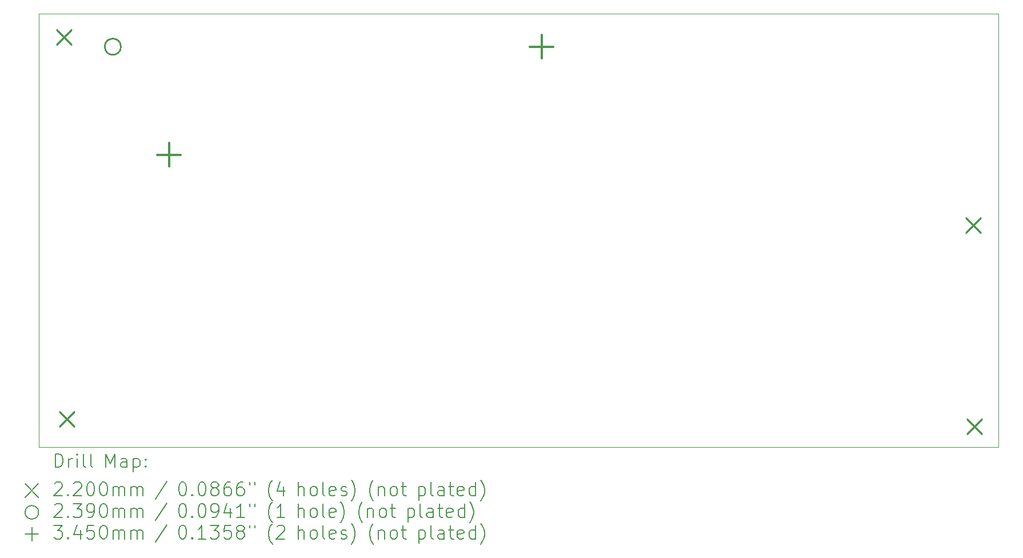
<source format=gbr>
%TF.GenerationSoftware,KiCad,Pcbnew,(7.99.0-200-gad838e3d73)*%
%TF.CreationDate,2024-03-11T18:14:08+07:00*%
%TF.ProjectId,WMS,574d532e-6b69-4636-9164-5f7063625858,rev?*%
%TF.SameCoordinates,Original*%
%TF.FileFunction,Drillmap*%
%TF.FilePolarity,Positive*%
%FSLAX45Y45*%
G04 Gerber Fmt 4.5, Leading zero omitted, Abs format (unit mm)*
G04 Created by KiCad (PCBNEW (7.99.0-200-gad838e3d73)) date 2024-03-11 18:14:08*
%MOMM*%
%LPD*%
G01*
G04 APERTURE LIST*
%ADD10C,0.100000*%
%ADD11C,0.200000*%
%ADD12C,0.220000*%
%ADD13C,0.239000*%
%ADD14C,0.345000*%
G04 APERTURE END LIST*
D10*
X6487160Y-5189220D02*
X20701000Y-5189220D01*
X20701000Y-5189220D02*
X20701000Y-11607800D01*
X20701000Y-11607800D02*
X6487160Y-11607800D01*
X6487160Y-11607800D02*
X6487160Y-5189220D01*
D11*
D12*
X6753080Y-5429740D02*
X6973080Y-5649740D01*
X6973080Y-5429740D02*
X6753080Y-5649740D01*
X6791180Y-11078700D02*
X7011180Y-11298700D01*
X7011180Y-11078700D02*
X6791180Y-11298700D01*
X20217620Y-8213580D02*
X20437620Y-8433580D01*
X20437620Y-8213580D02*
X20217620Y-8433580D01*
X20232860Y-11187920D02*
X20452860Y-11407920D01*
X20452860Y-11187920D02*
X20232860Y-11407920D01*
D13*
X7702500Y-5677000D02*
G75*
G03*
X7702500Y-5677000I-119500J0D01*
G01*
D14*
X8416000Y-7104500D02*
X8416000Y-7449500D01*
X8243500Y-7277000D02*
X8588500Y-7277000D01*
X13936000Y-5504500D02*
X13936000Y-5849500D01*
X13763500Y-5677000D02*
X14108500Y-5677000D01*
D11*
X6729779Y-11906276D02*
X6729779Y-11706276D01*
X6729779Y-11706276D02*
X6777398Y-11706276D01*
X6777398Y-11706276D02*
X6805969Y-11715800D01*
X6805969Y-11715800D02*
X6825017Y-11734848D01*
X6825017Y-11734848D02*
X6834541Y-11753895D01*
X6834541Y-11753895D02*
X6844065Y-11791990D01*
X6844065Y-11791990D02*
X6844065Y-11820562D01*
X6844065Y-11820562D02*
X6834541Y-11858657D01*
X6834541Y-11858657D02*
X6825017Y-11877705D01*
X6825017Y-11877705D02*
X6805969Y-11896752D01*
X6805969Y-11896752D02*
X6777398Y-11906276D01*
X6777398Y-11906276D02*
X6729779Y-11906276D01*
X6929779Y-11906276D02*
X6929779Y-11772943D01*
X6929779Y-11811038D02*
X6939303Y-11791990D01*
X6939303Y-11791990D02*
X6948827Y-11782467D01*
X6948827Y-11782467D02*
X6967874Y-11772943D01*
X6967874Y-11772943D02*
X6986922Y-11772943D01*
X7053588Y-11906276D02*
X7053588Y-11772943D01*
X7053588Y-11706276D02*
X7044065Y-11715800D01*
X7044065Y-11715800D02*
X7053588Y-11725324D01*
X7053588Y-11725324D02*
X7063112Y-11715800D01*
X7063112Y-11715800D02*
X7053588Y-11706276D01*
X7053588Y-11706276D02*
X7053588Y-11725324D01*
X7177398Y-11906276D02*
X7158350Y-11896752D01*
X7158350Y-11896752D02*
X7148827Y-11877705D01*
X7148827Y-11877705D02*
X7148827Y-11706276D01*
X7282160Y-11906276D02*
X7263112Y-11896752D01*
X7263112Y-11896752D02*
X7253588Y-11877705D01*
X7253588Y-11877705D02*
X7253588Y-11706276D01*
X7478350Y-11906276D02*
X7478350Y-11706276D01*
X7478350Y-11706276D02*
X7545017Y-11849133D01*
X7545017Y-11849133D02*
X7611684Y-11706276D01*
X7611684Y-11706276D02*
X7611684Y-11906276D01*
X7792636Y-11906276D02*
X7792636Y-11801514D01*
X7792636Y-11801514D02*
X7783112Y-11782467D01*
X7783112Y-11782467D02*
X7764065Y-11772943D01*
X7764065Y-11772943D02*
X7725969Y-11772943D01*
X7725969Y-11772943D02*
X7706922Y-11782467D01*
X7792636Y-11896752D02*
X7773588Y-11906276D01*
X7773588Y-11906276D02*
X7725969Y-11906276D01*
X7725969Y-11906276D02*
X7706922Y-11896752D01*
X7706922Y-11896752D02*
X7697398Y-11877705D01*
X7697398Y-11877705D02*
X7697398Y-11858657D01*
X7697398Y-11858657D02*
X7706922Y-11839609D01*
X7706922Y-11839609D02*
X7725969Y-11830086D01*
X7725969Y-11830086D02*
X7773588Y-11830086D01*
X7773588Y-11830086D02*
X7792636Y-11820562D01*
X7887874Y-11772943D02*
X7887874Y-11972943D01*
X7887874Y-11782467D02*
X7906922Y-11772943D01*
X7906922Y-11772943D02*
X7945017Y-11772943D01*
X7945017Y-11772943D02*
X7964065Y-11782467D01*
X7964065Y-11782467D02*
X7973588Y-11791990D01*
X7973588Y-11791990D02*
X7983112Y-11811038D01*
X7983112Y-11811038D02*
X7983112Y-11868181D01*
X7983112Y-11868181D02*
X7973588Y-11887228D01*
X7973588Y-11887228D02*
X7964065Y-11896752D01*
X7964065Y-11896752D02*
X7945017Y-11906276D01*
X7945017Y-11906276D02*
X7906922Y-11906276D01*
X7906922Y-11906276D02*
X7887874Y-11896752D01*
X8068827Y-11887228D02*
X8078350Y-11896752D01*
X8078350Y-11896752D02*
X8068827Y-11906276D01*
X8068827Y-11906276D02*
X8059303Y-11896752D01*
X8059303Y-11896752D02*
X8068827Y-11887228D01*
X8068827Y-11887228D02*
X8068827Y-11906276D01*
X8068827Y-11782467D02*
X8078350Y-11791990D01*
X8078350Y-11791990D02*
X8068827Y-11801514D01*
X8068827Y-11801514D02*
X8059303Y-11791990D01*
X8059303Y-11791990D02*
X8068827Y-11782467D01*
X8068827Y-11782467D02*
X8068827Y-11801514D01*
X6282160Y-12152800D02*
X6482160Y-12352800D01*
X6482160Y-12152800D02*
X6282160Y-12352800D01*
X6720255Y-12145324D02*
X6729779Y-12135800D01*
X6729779Y-12135800D02*
X6748827Y-12126276D01*
X6748827Y-12126276D02*
X6796446Y-12126276D01*
X6796446Y-12126276D02*
X6815493Y-12135800D01*
X6815493Y-12135800D02*
X6825017Y-12145324D01*
X6825017Y-12145324D02*
X6834541Y-12164371D01*
X6834541Y-12164371D02*
X6834541Y-12183419D01*
X6834541Y-12183419D02*
X6825017Y-12211990D01*
X6825017Y-12211990D02*
X6710731Y-12326276D01*
X6710731Y-12326276D02*
X6834541Y-12326276D01*
X6920255Y-12307228D02*
X6929779Y-12316752D01*
X6929779Y-12316752D02*
X6920255Y-12326276D01*
X6920255Y-12326276D02*
X6910731Y-12316752D01*
X6910731Y-12316752D02*
X6920255Y-12307228D01*
X6920255Y-12307228D02*
X6920255Y-12326276D01*
X7005969Y-12145324D02*
X7015493Y-12135800D01*
X7015493Y-12135800D02*
X7034541Y-12126276D01*
X7034541Y-12126276D02*
X7082160Y-12126276D01*
X7082160Y-12126276D02*
X7101208Y-12135800D01*
X7101208Y-12135800D02*
X7110731Y-12145324D01*
X7110731Y-12145324D02*
X7120255Y-12164371D01*
X7120255Y-12164371D02*
X7120255Y-12183419D01*
X7120255Y-12183419D02*
X7110731Y-12211990D01*
X7110731Y-12211990D02*
X6996446Y-12326276D01*
X6996446Y-12326276D02*
X7120255Y-12326276D01*
X7244065Y-12126276D02*
X7263112Y-12126276D01*
X7263112Y-12126276D02*
X7282160Y-12135800D01*
X7282160Y-12135800D02*
X7291684Y-12145324D01*
X7291684Y-12145324D02*
X7301208Y-12164371D01*
X7301208Y-12164371D02*
X7310731Y-12202467D01*
X7310731Y-12202467D02*
X7310731Y-12250086D01*
X7310731Y-12250086D02*
X7301208Y-12288181D01*
X7301208Y-12288181D02*
X7291684Y-12307228D01*
X7291684Y-12307228D02*
X7282160Y-12316752D01*
X7282160Y-12316752D02*
X7263112Y-12326276D01*
X7263112Y-12326276D02*
X7244065Y-12326276D01*
X7244065Y-12326276D02*
X7225017Y-12316752D01*
X7225017Y-12316752D02*
X7215493Y-12307228D01*
X7215493Y-12307228D02*
X7205969Y-12288181D01*
X7205969Y-12288181D02*
X7196446Y-12250086D01*
X7196446Y-12250086D02*
X7196446Y-12202467D01*
X7196446Y-12202467D02*
X7205969Y-12164371D01*
X7205969Y-12164371D02*
X7215493Y-12145324D01*
X7215493Y-12145324D02*
X7225017Y-12135800D01*
X7225017Y-12135800D02*
X7244065Y-12126276D01*
X7434541Y-12126276D02*
X7453589Y-12126276D01*
X7453589Y-12126276D02*
X7472636Y-12135800D01*
X7472636Y-12135800D02*
X7482160Y-12145324D01*
X7482160Y-12145324D02*
X7491684Y-12164371D01*
X7491684Y-12164371D02*
X7501208Y-12202467D01*
X7501208Y-12202467D02*
X7501208Y-12250086D01*
X7501208Y-12250086D02*
X7491684Y-12288181D01*
X7491684Y-12288181D02*
X7482160Y-12307228D01*
X7482160Y-12307228D02*
X7472636Y-12316752D01*
X7472636Y-12316752D02*
X7453589Y-12326276D01*
X7453589Y-12326276D02*
X7434541Y-12326276D01*
X7434541Y-12326276D02*
X7415493Y-12316752D01*
X7415493Y-12316752D02*
X7405969Y-12307228D01*
X7405969Y-12307228D02*
X7396446Y-12288181D01*
X7396446Y-12288181D02*
X7386922Y-12250086D01*
X7386922Y-12250086D02*
X7386922Y-12202467D01*
X7386922Y-12202467D02*
X7396446Y-12164371D01*
X7396446Y-12164371D02*
X7405969Y-12145324D01*
X7405969Y-12145324D02*
X7415493Y-12135800D01*
X7415493Y-12135800D02*
X7434541Y-12126276D01*
X7586922Y-12326276D02*
X7586922Y-12192943D01*
X7586922Y-12211990D02*
X7596446Y-12202467D01*
X7596446Y-12202467D02*
X7615493Y-12192943D01*
X7615493Y-12192943D02*
X7644065Y-12192943D01*
X7644065Y-12192943D02*
X7663112Y-12202467D01*
X7663112Y-12202467D02*
X7672636Y-12221514D01*
X7672636Y-12221514D02*
X7672636Y-12326276D01*
X7672636Y-12221514D02*
X7682160Y-12202467D01*
X7682160Y-12202467D02*
X7701208Y-12192943D01*
X7701208Y-12192943D02*
X7729779Y-12192943D01*
X7729779Y-12192943D02*
X7748827Y-12202467D01*
X7748827Y-12202467D02*
X7758350Y-12221514D01*
X7758350Y-12221514D02*
X7758350Y-12326276D01*
X7853589Y-12326276D02*
X7853589Y-12192943D01*
X7853589Y-12211990D02*
X7863112Y-12202467D01*
X7863112Y-12202467D02*
X7882160Y-12192943D01*
X7882160Y-12192943D02*
X7910731Y-12192943D01*
X7910731Y-12192943D02*
X7929779Y-12202467D01*
X7929779Y-12202467D02*
X7939303Y-12221514D01*
X7939303Y-12221514D02*
X7939303Y-12326276D01*
X7939303Y-12221514D02*
X7948827Y-12202467D01*
X7948827Y-12202467D02*
X7967874Y-12192943D01*
X7967874Y-12192943D02*
X7996446Y-12192943D01*
X7996446Y-12192943D02*
X8015493Y-12202467D01*
X8015493Y-12202467D02*
X8025017Y-12221514D01*
X8025017Y-12221514D02*
X8025017Y-12326276D01*
X8383112Y-12116752D02*
X8211684Y-12373895D01*
X8607874Y-12126276D02*
X8626922Y-12126276D01*
X8626922Y-12126276D02*
X8645970Y-12135800D01*
X8645970Y-12135800D02*
X8655493Y-12145324D01*
X8655493Y-12145324D02*
X8665017Y-12164371D01*
X8665017Y-12164371D02*
X8674541Y-12202467D01*
X8674541Y-12202467D02*
X8674541Y-12250086D01*
X8674541Y-12250086D02*
X8665017Y-12288181D01*
X8665017Y-12288181D02*
X8655493Y-12307228D01*
X8655493Y-12307228D02*
X8645970Y-12316752D01*
X8645970Y-12316752D02*
X8626922Y-12326276D01*
X8626922Y-12326276D02*
X8607874Y-12326276D01*
X8607874Y-12326276D02*
X8588827Y-12316752D01*
X8588827Y-12316752D02*
X8579303Y-12307228D01*
X8579303Y-12307228D02*
X8569779Y-12288181D01*
X8569779Y-12288181D02*
X8560255Y-12250086D01*
X8560255Y-12250086D02*
X8560255Y-12202467D01*
X8560255Y-12202467D02*
X8569779Y-12164371D01*
X8569779Y-12164371D02*
X8579303Y-12145324D01*
X8579303Y-12145324D02*
X8588827Y-12135800D01*
X8588827Y-12135800D02*
X8607874Y-12126276D01*
X8760255Y-12307228D02*
X8769779Y-12316752D01*
X8769779Y-12316752D02*
X8760255Y-12326276D01*
X8760255Y-12326276D02*
X8750732Y-12316752D01*
X8750732Y-12316752D02*
X8760255Y-12307228D01*
X8760255Y-12307228D02*
X8760255Y-12326276D01*
X8893589Y-12126276D02*
X8912636Y-12126276D01*
X8912636Y-12126276D02*
X8931684Y-12135800D01*
X8931684Y-12135800D02*
X8941208Y-12145324D01*
X8941208Y-12145324D02*
X8950732Y-12164371D01*
X8950732Y-12164371D02*
X8960255Y-12202467D01*
X8960255Y-12202467D02*
X8960255Y-12250086D01*
X8960255Y-12250086D02*
X8950732Y-12288181D01*
X8950732Y-12288181D02*
X8941208Y-12307228D01*
X8941208Y-12307228D02*
X8931684Y-12316752D01*
X8931684Y-12316752D02*
X8912636Y-12326276D01*
X8912636Y-12326276D02*
X8893589Y-12326276D01*
X8893589Y-12326276D02*
X8874541Y-12316752D01*
X8874541Y-12316752D02*
X8865017Y-12307228D01*
X8865017Y-12307228D02*
X8855493Y-12288181D01*
X8855493Y-12288181D02*
X8845970Y-12250086D01*
X8845970Y-12250086D02*
X8845970Y-12202467D01*
X8845970Y-12202467D02*
X8855493Y-12164371D01*
X8855493Y-12164371D02*
X8865017Y-12145324D01*
X8865017Y-12145324D02*
X8874541Y-12135800D01*
X8874541Y-12135800D02*
X8893589Y-12126276D01*
X9074541Y-12211990D02*
X9055493Y-12202467D01*
X9055493Y-12202467D02*
X9045970Y-12192943D01*
X9045970Y-12192943D02*
X9036446Y-12173895D01*
X9036446Y-12173895D02*
X9036446Y-12164371D01*
X9036446Y-12164371D02*
X9045970Y-12145324D01*
X9045970Y-12145324D02*
X9055493Y-12135800D01*
X9055493Y-12135800D02*
X9074541Y-12126276D01*
X9074541Y-12126276D02*
X9112636Y-12126276D01*
X9112636Y-12126276D02*
X9131684Y-12135800D01*
X9131684Y-12135800D02*
X9141208Y-12145324D01*
X9141208Y-12145324D02*
X9150732Y-12164371D01*
X9150732Y-12164371D02*
X9150732Y-12173895D01*
X9150732Y-12173895D02*
X9141208Y-12192943D01*
X9141208Y-12192943D02*
X9131684Y-12202467D01*
X9131684Y-12202467D02*
X9112636Y-12211990D01*
X9112636Y-12211990D02*
X9074541Y-12211990D01*
X9074541Y-12211990D02*
X9055493Y-12221514D01*
X9055493Y-12221514D02*
X9045970Y-12231038D01*
X9045970Y-12231038D02*
X9036446Y-12250086D01*
X9036446Y-12250086D02*
X9036446Y-12288181D01*
X9036446Y-12288181D02*
X9045970Y-12307228D01*
X9045970Y-12307228D02*
X9055493Y-12316752D01*
X9055493Y-12316752D02*
X9074541Y-12326276D01*
X9074541Y-12326276D02*
X9112636Y-12326276D01*
X9112636Y-12326276D02*
X9131684Y-12316752D01*
X9131684Y-12316752D02*
X9141208Y-12307228D01*
X9141208Y-12307228D02*
X9150732Y-12288181D01*
X9150732Y-12288181D02*
X9150732Y-12250086D01*
X9150732Y-12250086D02*
X9141208Y-12231038D01*
X9141208Y-12231038D02*
X9131684Y-12221514D01*
X9131684Y-12221514D02*
X9112636Y-12211990D01*
X9322160Y-12126276D02*
X9284065Y-12126276D01*
X9284065Y-12126276D02*
X9265017Y-12135800D01*
X9265017Y-12135800D02*
X9255493Y-12145324D01*
X9255493Y-12145324D02*
X9236446Y-12173895D01*
X9236446Y-12173895D02*
X9226922Y-12211990D01*
X9226922Y-12211990D02*
X9226922Y-12288181D01*
X9226922Y-12288181D02*
X9236446Y-12307228D01*
X9236446Y-12307228D02*
X9245970Y-12316752D01*
X9245970Y-12316752D02*
X9265017Y-12326276D01*
X9265017Y-12326276D02*
X9303113Y-12326276D01*
X9303113Y-12326276D02*
X9322160Y-12316752D01*
X9322160Y-12316752D02*
X9331684Y-12307228D01*
X9331684Y-12307228D02*
X9341208Y-12288181D01*
X9341208Y-12288181D02*
X9341208Y-12240562D01*
X9341208Y-12240562D02*
X9331684Y-12221514D01*
X9331684Y-12221514D02*
X9322160Y-12211990D01*
X9322160Y-12211990D02*
X9303113Y-12202467D01*
X9303113Y-12202467D02*
X9265017Y-12202467D01*
X9265017Y-12202467D02*
X9245970Y-12211990D01*
X9245970Y-12211990D02*
X9236446Y-12221514D01*
X9236446Y-12221514D02*
X9226922Y-12240562D01*
X9512636Y-12126276D02*
X9474541Y-12126276D01*
X9474541Y-12126276D02*
X9455493Y-12135800D01*
X9455493Y-12135800D02*
X9445970Y-12145324D01*
X9445970Y-12145324D02*
X9426922Y-12173895D01*
X9426922Y-12173895D02*
X9417398Y-12211990D01*
X9417398Y-12211990D02*
X9417398Y-12288181D01*
X9417398Y-12288181D02*
X9426922Y-12307228D01*
X9426922Y-12307228D02*
X9436446Y-12316752D01*
X9436446Y-12316752D02*
X9455493Y-12326276D01*
X9455493Y-12326276D02*
X9493589Y-12326276D01*
X9493589Y-12326276D02*
X9512636Y-12316752D01*
X9512636Y-12316752D02*
X9522160Y-12307228D01*
X9522160Y-12307228D02*
X9531684Y-12288181D01*
X9531684Y-12288181D02*
X9531684Y-12240562D01*
X9531684Y-12240562D02*
X9522160Y-12221514D01*
X9522160Y-12221514D02*
X9512636Y-12211990D01*
X9512636Y-12211990D02*
X9493589Y-12202467D01*
X9493589Y-12202467D02*
X9455493Y-12202467D01*
X9455493Y-12202467D02*
X9436446Y-12211990D01*
X9436446Y-12211990D02*
X9426922Y-12221514D01*
X9426922Y-12221514D02*
X9417398Y-12240562D01*
X9607874Y-12126276D02*
X9607874Y-12164371D01*
X9684065Y-12126276D02*
X9684065Y-12164371D01*
X9946922Y-12402467D02*
X9937398Y-12392943D01*
X9937398Y-12392943D02*
X9918351Y-12364371D01*
X9918351Y-12364371D02*
X9908827Y-12345324D01*
X9908827Y-12345324D02*
X9899303Y-12316752D01*
X9899303Y-12316752D02*
X9889779Y-12269133D01*
X9889779Y-12269133D02*
X9889779Y-12231038D01*
X9889779Y-12231038D02*
X9899303Y-12183419D01*
X9899303Y-12183419D02*
X9908827Y-12154848D01*
X9908827Y-12154848D02*
X9918351Y-12135800D01*
X9918351Y-12135800D02*
X9937398Y-12107228D01*
X9937398Y-12107228D02*
X9946922Y-12097705D01*
X10108827Y-12192943D02*
X10108827Y-12326276D01*
X10061208Y-12116752D02*
X10013589Y-12259609D01*
X10013589Y-12259609D02*
X10137398Y-12259609D01*
X10333589Y-12326276D02*
X10333589Y-12126276D01*
X10419303Y-12326276D02*
X10419303Y-12221514D01*
X10419303Y-12221514D02*
X10409779Y-12202467D01*
X10409779Y-12202467D02*
X10390732Y-12192943D01*
X10390732Y-12192943D02*
X10362160Y-12192943D01*
X10362160Y-12192943D02*
X10343113Y-12202467D01*
X10343113Y-12202467D02*
X10333589Y-12211990D01*
X10543113Y-12326276D02*
X10524065Y-12316752D01*
X10524065Y-12316752D02*
X10514541Y-12307228D01*
X10514541Y-12307228D02*
X10505017Y-12288181D01*
X10505017Y-12288181D02*
X10505017Y-12231038D01*
X10505017Y-12231038D02*
X10514541Y-12211990D01*
X10514541Y-12211990D02*
X10524065Y-12202467D01*
X10524065Y-12202467D02*
X10543113Y-12192943D01*
X10543113Y-12192943D02*
X10571684Y-12192943D01*
X10571684Y-12192943D02*
X10590732Y-12202467D01*
X10590732Y-12202467D02*
X10600255Y-12211990D01*
X10600255Y-12211990D02*
X10609779Y-12231038D01*
X10609779Y-12231038D02*
X10609779Y-12288181D01*
X10609779Y-12288181D02*
X10600255Y-12307228D01*
X10600255Y-12307228D02*
X10590732Y-12316752D01*
X10590732Y-12316752D02*
X10571684Y-12326276D01*
X10571684Y-12326276D02*
X10543113Y-12326276D01*
X10724065Y-12326276D02*
X10705017Y-12316752D01*
X10705017Y-12316752D02*
X10695494Y-12297705D01*
X10695494Y-12297705D02*
X10695494Y-12126276D01*
X10876446Y-12316752D02*
X10857398Y-12326276D01*
X10857398Y-12326276D02*
X10819303Y-12326276D01*
X10819303Y-12326276D02*
X10800255Y-12316752D01*
X10800255Y-12316752D02*
X10790732Y-12297705D01*
X10790732Y-12297705D02*
X10790732Y-12221514D01*
X10790732Y-12221514D02*
X10800255Y-12202467D01*
X10800255Y-12202467D02*
X10819303Y-12192943D01*
X10819303Y-12192943D02*
X10857398Y-12192943D01*
X10857398Y-12192943D02*
X10876446Y-12202467D01*
X10876446Y-12202467D02*
X10885970Y-12221514D01*
X10885970Y-12221514D02*
X10885970Y-12240562D01*
X10885970Y-12240562D02*
X10790732Y-12259609D01*
X10962160Y-12316752D02*
X10981208Y-12326276D01*
X10981208Y-12326276D02*
X11019303Y-12326276D01*
X11019303Y-12326276D02*
X11038351Y-12316752D01*
X11038351Y-12316752D02*
X11047875Y-12297705D01*
X11047875Y-12297705D02*
X11047875Y-12288181D01*
X11047875Y-12288181D02*
X11038351Y-12269133D01*
X11038351Y-12269133D02*
X11019303Y-12259609D01*
X11019303Y-12259609D02*
X10990732Y-12259609D01*
X10990732Y-12259609D02*
X10971684Y-12250086D01*
X10971684Y-12250086D02*
X10962160Y-12231038D01*
X10962160Y-12231038D02*
X10962160Y-12221514D01*
X10962160Y-12221514D02*
X10971684Y-12202467D01*
X10971684Y-12202467D02*
X10990732Y-12192943D01*
X10990732Y-12192943D02*
X11019303Y-12192943D01*
X11019303Y-12192943D02*
X11038351Y-12202467D01*
X11114541Y-12402467D02*
X11124065Y-12392943D01*
X11124065Y-12392943D02*
X11143113Y-12364371D01*
X11143113Y-12364371D02*
X11152636Y-12345324D01*
X11152636Y-12345324D02*
X11162160Y-12316752D01*
X11162160Y-12316752D02*
X11171684Y-12269133D01*
X11171684Y-12269133D02*
X11171684Y-12231038D01*
X11171684Y-12231038D02*
X11162160Y-12183419D01*
X11162160Y-12183419D02*
X11152636Y-12154848D01*
X11152636Y-12154848D02*
X11143113Y-12135800D01*
X11143113Y-12135800D02*
X11124065Y-12107228D01*
X11124065Y-12107228D02*
X11114541Y-12097705D01*
X11444065Y-12402467D02*
X11434541Y-12392943D01*
X11434541Y-12392943D02*
X11415493Y-12364371D01*
X11415493Y-12364371D02*
X11405970Y-12345324D01*
X11405970Y-12345324D02*
X11396446Y-12316752D01*
X11396446Y-12316752D02*
X11386922Y-12269133D01*
X11386922Y-12269133D02*
X11386922Y-12231038D01*
X11386922Y-12231038D02*
X11396446Y-12183419D01*
X11396446Y-12183419D02*
X11405970Y-12154848D01*
X11405970Y-12154848D02*
X11415493Y-12135800D01*
X11415493Y-12135800D02*
X11434541Y-12107228D01*
X11434541Y-12107228D02*
X11444065Y-12097705D01*
X11520255Y-12192943D02*
X11520255Y-12326276D01*
X11520255Y-12211990D02*
X11529779Y-12202467D01*
X11529779Y-12202467D02*
X11548827Y-12192943D01*
X11548827Y-12192943D02*
X11577398Y-12192943D01*
X11577398Y-12192943D02*
X11596446Y-12202467D01*
X11596446Y-12202467D02*
X11605970Y-12221514D01*
X11605970Y-12221514D02*
X11605970Y-12326276D01*
X11729779Y-12326276D02*
X11710732Y-12316752D01*
X11710732Y-12316752D02*
X11701208Y-12307228D01*
X11701208Y-12307228D02*
X11691684Y-12288181D01*
X11691684Y-12288181D02*
X11691684Y-12231038D01*
X11691684Y-12231038D02*
X11701208Y-12211990D01*
X11701208Y-12211990D02*
X11710732Y-12202467D01*
X11710732Y-12202467D02*
X11729779Y-12192943D01*
X11729779Y-12192943D02*
X11758351Y-12192943D01*
X11758351Y-12192943D02*
X11777398Y-12202467D01*
X11777398Y-12202467D02*
X11786922Y-12211990D01*
X11786922Y-12211990D02*
X11796446Y-12231038D01*
X11796446Y-12231038D02*
X11796446Y-12288181D01*
X11796446Y-12288181D02*
X11786922Y-12307228D01*
X11786922Y-12307228D02*
X11777398Y-12316752D01*
X11777398Y-12316752D02*
X11758351Y-12326276D01*
X11758351Y-12326276D02*
X11729779Y-12326276D01*
X11853589Y-12192943D02*
X11929779Y-12192943D01*
X11882160Y-12126276D02*
X11882160Y-12297705D01*
X11882160Y-12297705D02*
X11891684Y-12316752D01*
X11891684Y-12316752D02*
X11910732Y-12326276D01*
X11910732Y-12326276D02*
X11929779Y-12326276D01*
X12116446Y-12192943D02*
X12116446Y-12392943D01*
X12116446Y-12202467D02*
X12135493Y-12192943D01*
X12135493Y-12192943D02*
X12173589Y-12192943D01*
X12173589Y-12192943D02*
X12192636Y-12202467D01*
X12192636Y-12202467D02*
X12202160Y-12211990D01*
X12202160Y-12211990D02*
X12211684Y-12231038D01*
X12211684Y-12231038D02*
X12211684Y-12288181D01*
X12211684Y-12288181D02*
X12202160Y-12307228D01*
X12202160Y-12307228D02*
X12192636Y-12316752D01*
X12192636Y-12316752D02*
X12173589Y-12326276D01*
X12173589Y-12326276D02*
X12135493Y-12326276D01*
X12135493Y-12326276D02*
X12116446Y-12316752D01*
X12325970Y-12326276D02*
X12306922Y-12316752D01*
X12306922Y-12316752D02*
X12297398Y-12297705D01*
X12297398Y-12297705D02*
X12297398Y-12126276D01*
X12487874Y-12326276D02*
X12487874Y-12221514D01*
X12487874Y-12221514D02*
X12478351Y-12202467D01*
X12478351Y-12202467D02*
X12459303Y-12192943D01*
X12459303Y-12192943D02*
X12421208Y-12192943D01*
X12421208Y-12192943D02*
X12402160Y-12202467D01*
X12487874Y-12316752D02*
X12468827Y-12326276D01*
X12468827Y-12326276D02*
X12421208Y-12326276D01*
X12421208Y-12326276D02*
X12402160Y-12316752D01*
X12402160Y-12316752D02*
X12392636Y-12297705D01*
X12392636Y-12297705D02*
X12392636Y-12278657D01*
X12392636Y-12278657D02*
X12402160Y-12259609D01*
X12402160Y-12259609D02*
X12421208Y-12250086D01*
X12421208Y-12250086D02*
X12468827Y-12250086D01*
X12468827Y-12250086D02*
X12487874Y-12240562D01*
X12554541Y-12192943D02*
X12630732Y-12192943D01*
X12583113Y-12126276D02*
X12583113Y-12297705D01*
X12583113Y-12297705D02*
X12592636Y-12316752D01*
X12592636Y-12316752D02*
X12611684Y-12326276D01*
X12611684Y-12326276D02*
X12630732Y-12326276D01*
X12773589Y-12316752D02*
X12754541Y-12326276D01*
X12754541Y-12326276D02*
X12716446Y-12326276D01*
X12716446Y-12326276D02*
X12697398Y-12316752D01*
X12697398Y-12316752D02*
X12687874Y-12297705D01*
X12687874Y-12297705D02*
X12687874Y-12221514D01*
X12687874Y-12221514D02*
X12697398Y-12202467D01*
X12697398Y-12202467D02*
X12716446Y-12192943D01*
X12716446Y-12192943D02*
X12754541Y-12192943D01*
X12754541Y-12192943D02*
X12773589Y-12202467D01*
X12773589Y-12202467D02*
X12783113Y-12221514D01*
X12783113Y-12221514D02*
X12783113Y-12240562D01*
X12783113Y-12240562D02*
X12687874Y-12259609D01*
X12954541Y-12326276D02*
X12954541Y-12126276D01*
X12954541Y-12316752D02*
X12935494Y-12326276D01*
X12935494Y-12326276D02*
X12897398Y-12326276D01*
X12897398Y-12326276D02*
X12878351Y-12316752D01*
X12878351Y-12316752D02*
X12868827Y-12307228D01*
X12868827Y-12307228D02*
X12859303Y-12288181D01*
X12859303Y-12288181D02*
X12859303Y-12231038D01*
X12859303Y-12231038D02*
X12868827Y-12211990D01*
X12868827Y-12211990D02*
X12878351Y-12202467D01*
X12878351Y-12202467D02*
X12897398Y-12192943D01*
X12897398Y-12192943D02*
X12935494Y-12192943D01*
X12935494Y-12192943D02*
X12954541Y-12202467D01*
X13030732Y-12402467D02*
X13040255Y-12392943D01*
X13040255Y-12392943D02*
X13059303Y-12364371D01*
X13059303Y-12364371D02*
X13068827Y-12345324D01*
X13068827Y-12345324D02*
X13078351Y-12316752D01*
X13078351Y-12316752D02*
X13087874Y-12269133D01*
X13087874Y-12269133D02*
X13087874Y-12231038D01*
X13087874Y-12231038D02*
X13078351Y-12183419D01*
X13078351Y-12183419D02*
X13068827Y-12154848D01*
X13068827Y-12154848D02*
X13059303Y-12135800D01*
X13059303Y-12135800D02*
X13040255Y-12107228D01*
X13040255Y-12107228D02*
X13030732Y-12097705D01*
X6482160Y-12572800D02*
G75*
G03*
X6482160Y-12572800I-100000J0D01*
G01*
X6720255Y-12465324D02*
X6729779Y-12455800D01*
X6729779Y-12455800D02*
X6748827Y-12446276D01*
X6748827Y-12446276D02*
X6796446Y-12446276D01*
X6796446Y-12446276D02*
X6815493Y-12455800D01*
X6815493Y-12455800D02*
X6825017Y-12465324D01*
X6825017Y-12465324D02*
X6834541Y-12484371D01*
X6834541Y-12484371D02*
X6834541Y-12503419D01*
X6834541Y-12503419D02*
X6825017Y-12531990D01*
X6825017Y-12531990D02*
X6710731Y-12646276D01*
X6710731Y-12646276D02*
X6834541Y-12646276D01*
X6920255Y-12627228D02*
X6929779Y-12636752D01*
X6929779Y-12636752D02*
X6920255Y-12646276D01*
X6920255Y-12646276D02*
X6910731Y-12636752D01*
X6910731Y-12636752D02*
X6920255Y-12627228D01*
X6920255Y-12627228D02*
X6920255Y-12646276D01*
X6996446Y-12446276D02*
X7120255Y-12446276D01*
X7120255Y-12446276D02*
X7053588Y-12522467D01*
X7053588Y-12522467D02*
X7082160Y-12522467D01*
X7082160Y-12522467D02*
X7101208Y-12531990D01*
X7101208Y-12531990D02*
X7110731Y-12541514D01*
X7110731Y-12541514D02*
X7120255Y-12560562D01*
X7120255Y-12560562D02*
X7120255Y-12608181D01*
X7120255Y-12608181D02*
X7110731Y-12627228D01*
X7110731Y-12627228D02*
X7101208Y-12636752D01*
X7101208Y-12636752D02*
X7082160Y-12646276D01*
X7082160Y-12646276D02*
X7025017Y-12646276D01*
X7025017Y-12646276D02*
X7005969Y-12636752D01*
X7005969Y-12636752D02*
X6996446Y-12627228D01*
X7215493Y-12646276D02*
X7253588Y-12646276D01*
X7253588Y-12646276D02*
X7272636Y-12636752D01*
X7272636Y-12636752D02*
X7282160Y-12627228D01*
X7282160Y-12627228D02*
X7301208Y-12598657D01*
X7301208Y-12598657D02*
X7310731Y-12560562D01*
X7310731Y-12560562D02*
X7310731Y-12484371D01*
X7310731Y-12484371D02*
X7301208Y-12465324D01*
X7301208Y-12465324D02*
X7291684Y-12455800D01*
X7291684Y-12455800D02*
X7272636Y-12446276D01*
X7272636Y-12446276D02*
X7234541Y-12446276D01*
X7234541Y-12446276D02*
X7215493Y-12455800D01*
X7215493Y-12455800D02*
X7205969Y-12465324D01*
X7205969Y-12465324D02*
X7196446Y-12484371D01*
X7196446Y-12484371D02*
X7196446Y-12531990D01*
X7196446Y-12531990D02*
X7205969Y-12551038D01*
X7205969Y-12551038D02*
X7215493Y-12560562D01*
X7215493Y-12560562D02*
X7234541Y-12570086D01*
X7234541Y-12570086D02*
X7272636Y-12570086D01*
X7272636Y-12570086D02*
X7291684Y-12560562D01*
X7291684Y-12560562D02*
X7301208Y-12551038D01*
X7301208Y-12551038D02*
X7310731Y-12531990D01*
X7434541Y-12446276D02*
X7453589Y-12446276D01*
X7453589Y-12446276D02*
X7472636Y-12455800D01*
X7472636Y-12455800D02*
X7482160Y-12465324D01*
X7482160Y-12465324D02*
X7491684Y-12484371D01*
X7491684Y-12484371D02*
X7501208Y-12522467D01*
X7501208Y-12522467D02*
X7501208Y-12570086D01*
X7501208Y-12570086D02*
X7491684Y-12608181D01*
X7491684Y-12608181D02*
X7482160Y-12627228D01*
X7482160Y-12627228D02*
X7472636Y-12636752D01*
X7472636Y-12636752D02*
X7453589Y-12646276D01*
X7453589Y-12646276D02*
X7434541Y-12646276D01*
X7434541Y-12646276D02*
X7415493Y-12636752D01*
X7415493Y-12636752D02*
X7405969Y-12627228D01*
X7405969Y-12627228D02*
X7396446Y-12608181D01*
X7396446Y-12608181D02*
X7386922Y-12570086D01*
X7386922Y-12570086D02*
X7386922Y-12522467D01*
X7386922Y-12522467D02*
X7396446Y-12484371D01*
X7396446Y-12484371D02*
X7405969Y-12465324D01*
X7405969Y-12465324D02*
X7415493Y-12455800D01*
X7415493Y-12455800D02*
X7434541Y-12446276D01*
X7586922Y-12646276D02*
X7586922Y-12512943D01*
X7586922Y-12531990D02*
X7596446Y-12522467D01*
X7596446Y-12522467D02*
X7615493Y-12512943D01*
X7615493Y-12512943D02*
X7644065Y-12512943D01*
X7644065Y-12512943D02*
X7663112Y-12522467D01*
X7663112Y-12522467D02*
X7672636Y-12541514D01*
X7672636Y-12541514D02*
X7672636Y-12646276D01*
X7672636Y-12541514D02*
X7682160Y-12522467D01*
X7682160Y-12522467D02*
X7701208Y-12512943D01*
X7701208Y-12512943D02*
X7729779Y-12512943D01*
X7729779Y-12512943D02*
X7748827Y-12522467D01*
X7748827Y-12522467D02*
X7758350Y-12541514D01*
X7758350Y-12541514D02*
X7758350Y-12646276D01*
X7853589Y-12646276D02*
X7853589Y-12512943D01*
X7853589Y-12531990D02*
X7863112Y-12522467D01*
X7863112Y-12522467D02*
X7882160Y-12512943D01*
X7882160Y-12512943D02*
X7910731Y-12512943D01*
X7910731Y-12512943D02*
X7929779Y-12522467D01*
X7929779Y-12522467D02*
X7939303Y-12541514D01*
X7939303Y-12541514D02*
X7939303Y-12646276D01*
X7939303Y-12541514D02*
X7948827Y-12522467D01*
X7948827Y-12522467D02*
X7967874Y-12512943D01*
X7967874Y-12512943D02*
X7996446Y-12512943D01*
X7996446Y-12512943D02*
X8015493Y-12522467D01*
X8015493Y-12522467D02*
X8025017Y-12541514D01*
X8025017Y-12541514D02*
X8025017Y-12646276D01*
X8383112Y-12436752D02*
X8211684Y-12693895D01*
X8607874Y-12446276D02*
X8626922Y-12446276D01*
X8626922Y-12446276D02*
X8645970Y-12455800D01*
X8645970Y-12455800D02*
X8655493Y-12465324D01*
X8655493Y-12465324D02*
X8665017Y-12484371D01*
X8665017Y-12484371D02*
X8674541Y-12522467D01*
X8674541Y-12522467D02*
X8674541Y-12570086D01*
X8674541Y-12570086D02*
X8665017Y-12608181D01*
X8665017Y-12608181D02*
X8655493Y-12627228D01*
X8655493Y-12627228D02*
X8645970Y-12636752D01*
X8645970Y-12636752D02*
X8626922Y-12646276D01*
X8626922Y-12646276D02*
X8607874Y-12646276D01*
X8607874Y-12646276D02*
X8588827Y-12636752D01*
X8588827Y-12636752D02*
X8579303Y-12627228D01*
X8579303Y-12627228D02*
X8569779Y-12608181D01*
X8569779Y-12608181D02*
X8560255Y-12570086D01*
X8560255Y-12570086D02*
X8560255Y-12522467D01*
X8560255Y-12522467D02*
X8569779Y-12484371D01*
X8569779Y-12484371D02*
X8579303Y-12465324D01*
X8579303Y-12465324D02*
X8588827Y-12455800D01*
X8588827Y-12455800D02*
X8607874Y-12446276D01*
X8760255Y-12627228D02*
X8769779Y-12636752D01*
X8769779Y-12636752D02*
X8760255Y-12646276D01*
X8760255Y-12646276D02*
X8750732Y-12636752D01*
X8750732Y-12636752D02*
X8760255Y-12627228D01*
X8760255Y-12627228D02*
X8760255Y-12646276D01*
X8893589Y-12446276D02*
X8912636Y-12446276D01*
X8912636Y-12446276D02*
X8931684Y-12455800D01*
X8931684Y-12455800D02*
X8941208Y-12465324D01*
X8941208Y-12465324D02*
X8950732Y-12484371D01*
X8950732Y-12484371D02*
X8960255Y-12522467D01*
X8960255Y-12522467D02*
X8960255Y-12570086D01*
X8960255Y-12570086D02*
X8950732Y-12608181D01*
X8950732Y-12608181D02*
X8941208Y-12627228D01*
X8941208Y-12627228D02*
X8931684Y-12636752D01*
X8931684Y-12636752D02*
X8912636Y-12646276D01*
X8912636Y-12646276D02*
X8893589Y-12646276D01*
X8893589Y-12646276D02*
X8874541Y-12636752D01*
X8874541Y-12636752D02*
X8865017Y-12627228D01*
X8865017Y-12627228D02*
X8855493Y-12608181D01*
X8855493Y-12608181D02*
X8845970Y-12570086D01*
X8845970Y-12570086D02*
X8845970Y-12522467D01*
X8845970Y-12522467D02*
X8855493Y-12484371D01*
X8855493Y-12484371D02*
X8865017Y-12465324D01*
X8865017Y-12465324D02*
X8874541Y-12455800D01*
X8874541Y-12455800D02*
X8893589Y-12446276D01*
X9055493Y-12646276D02*
X9093589Y-12646276D01*
X9093589Y-12646276D02*
X9112636Y-12636752D01*
X9112636Y-12636752D02*
X9122160Y-12627228D01*
X9122160Y-12627228D02*
X9141208Y-12598657D01*
X9141208Y-12598657D02*
X9150732Y-12560562D01*
X9150732Y-12560562D02*
X9150732Y-12484371D01*
X9150732Y-12484371D02*
X9141208Y-12465324D01*
X9141208Y-12465324D02*
X9131684Y-12455800D01*
X9131684Y-12455800D02*
X9112636Y-12446276D01*
X9112636Y-12446276D02*
X9074541Y-12446276D01*
X9074541Y-12446276D02*
X9055493Y-12455800D01*
X9055493Y-12455800D02*
X9045970Y-12465324D01*
X9045970Y-12465324D02*
X9036446Y-12484371D01*
X9036446Y-12484371D02*
X9036446Y-12531990D01*
X9036446Y-12531990D02*
X9045970Y-12551038D01*
X9045970Y-12551038D02*
X9055493Y-12560562D01*
X9055493Y-12560562D02*
X9074541Y-12570086D01*
X9074541Y-12570086D02*
X9112636Y-12570086D01*
X9112636Y-12570086D02*
X9131684Y-12560562D01*
X9131684Y-12560562D02*
X9141208Y-12551038D01*
X9141208Y-12551038D02*
X9150732Y-12531990D01*
X9322160Y-12512943D02*
X9322160Y-12646276D01*
X9274541Y-12436752D02*
X9226922Y-12579609D01*
X9226922Y-12579609D02*
X9350732Y-12579609D01*
X9531684Y-12646276D02*
X9417398Y-12646276D01*
X9474541Y-12646276D02*
X9474541Y-12446276D01*
X9474541Y-12446276D02*
X9455493Y-12474848D01*
X9455493Y-12474848D02*
X9436446Y-12493895D01*
X9436446Y-12493895D02*
X9417398Y-12503419D01*
X9607874Y-12446276D02*
X9607874Y-12484371D01*
X9684065Y-12446276D02*
X9684065Y-12484371D01*
X9946922Y-12722467D02*
X9937398Y-12712943D01*
X9937398Y-12712943D02*
X9918351Y-12684371D01*
X9918351Y-12684371D02*
X9908827Y-12665324D01*
X9908827Y-12665324D02*
X9899303Y-12636752D01*
X9899303Y-12636752D02*
X9889779Y-12589133D01*
X9889779Y-12589133D02*
X9889779Y-12551038D01*
X9889779Y-12551038D02*
X9899303Y-12503419D01*
X9899303Y-12503419D02*
X9908827Y-12474848D01*
X9908827Y-12474848D02*
X9918351Y-12455800D01*
X9918351Y-12455800D02*
X9937398Y-12427228D01*
X9937398Y-12427228D02*
X9946922Y-12417705D01*
X10127874Y-12646276D02*
X10013589Y-12646276D01*
X10070732Y-12646276D02*
X10070732Y-12446276D01*
X10070732Y-12446276D02*
X10051684Y-12474848D01*
X10051684Y-12474848D02*
X10032636Y-12493895D01*
X10032636Y-12493895D02*
X10013589Y-12503419D01*
X10333589Y-12646276D02*
X10333589Y-12446276D01*
X10419303Y-12646276D02*
X10419303Y-12541514D01*
X10419303Y-12541514D02*
X10409779Y-12522467D01*
X10409779Y-12522467D02*
X10390732Y-12512943D01*
X10390732Y-12512943D02*
X10362160Y-12512943D01*
X10362160Y-12512943D02*
X10343113Y-12522467D01*
X10343113Y-12522467D02*
X10333589Y-12531990D01*
X10543113Y-12646276D02*
X10524065Y-12636752D01*
X10524065Y-12636752D02*
X10514541Y-12627228D01*
X10514541Y-12627228D02*
X10505017Y-12608181D01*
X10505017Y-12608181D02*
X10505017Y-12551038D01*
X10505017Y-12551038D02*
X10514541Y-12531990D01*
X10514541Y-12531990D02*
X10524065Y-12522467D01*
X10524065Y-12522467D02*
X10543113Y-12512943D01*
X10543113Y-12512943D02*
X10571684Y-12512943D01*
X10571684Y-12512943D02*
X10590732Y-12522467D01*
X10590732Y-12522467D02*
X10600255Y-12531990D01*
X10600255Y-12531990D02*
X10609779Y-12551038D01*
X10609779Y-12551038D02*
X10609779Y-12608181D01*
X10609779Y-12608181D02*
X10600255Y-12627228D01*
X10600255Y-12627228D02*
X10590732Y-12636752D01*
X10590732Y-12636752D02*
X10571684Y-12646276D01*
X10571684Y-12646276D02*
X10543113Y-12646276D01*
X10724065Y-12646276D02*
X10705017Y-12636752D01*
X10705017Y-12636752D02*
X10695494Y-12617705D01*
X10695494Y-12617705D02*
X10695494Y-12446276D01*
X10876446Y-12636752D02*
X10857398Y-12646276D01*
X10857398Y-12646276D02*
X10819303Y-12646276D01*
X10819303Y-12646276D02*
X10800255Y-12636752D01*
X10800255Y-12636752D02*
X10790732Y-12617705D01*
X10790732Y-12617705D02*
X10790732Y-12541514D01*
X10790732Y-12541514D02*
X10800255Y-12522467D01*
X10800255Y-12522467D02*
X10819303Y-12512943D01*
X10819303Y-12512943D02*
X10857398Y-12512943D01*
X10857398Y-12512943D02*
X10876446Y-12522467D01*
X10876446Y-12522467D02*
X10885970Y-12541514D01*
X10885970Y-12541514D02*
X10885970Y-12560562D01*
X10885970Y-12560562D02*
X10790732Y-12579609D01*
X10952636Y-12722467D02*
X10962160Y-12712943D01*
X10962160Y-12712943D02*
X10981208Y-12684371D01*
X10981208Y-12684371D02*
X10990732Y-12665324D01*
X10990732Y-12665324D02*
X11000255Y-12636752D01*
X11000255Y-12636752D02*
X11009779Y-12589133D01*
X11009779Y-12589133D02*
X11009779Y-12551038D01*
X11009779Y-12551038D02*
X11000255Y-12503419D01*
X11000255Y-12503419D02*
X10990732Y-12474848D01*
X10990732Y-12474848D02*
X10981208Y-12455800D01*
X10981208Y-12455800D02*
X10962160Y-12427228D01*
X10962160Y-12427228D02*
X10952636Y-12417705D01*
X11282160Y-12722467D02*
X11272636Y-12712943D01*
X11272636Y-12712943D02*
X11253589Y-12684371D01*
X11253589Y-12684371D02*
X11244065Y-12665324D01*
X11244065Y-12665324D02*
X11234541Y-12636752D01*
X11234541Y-12636752D02*
X11225017Y-12589133D01*
X11225017Y-12589133D02*
X11225017Y-12551038D01*
X11225017Y-12551038D02*
X11234541Y-12503419D01*
X11234541Y-12503419D02*
X11244065Y-12474848D01*
X11244065Y-12474848D02*
X11253589Y-12455800D01*
X11253589Y-12455800D02*
X11272636Y-12427228D01*
X11272636Y-12427228D02*
X11282160Y-12417705D01*
X11358351Y-12512943D02*
X11358351Y-12646276D01*
X11358351Y-12531990D02*
X11367874Y-12522467D01*
X11367874Y-12522467D02*
X11386922Y-12512943D01*
X11386922Y-12512943D02*
X11415493Y-12512943D01*
X11415493Y-12512943D02*
X11434541Y-12522467D01*
X11434541Y-12522467D02*
X11444065Y-12541514D01*
X11444065Y-12541514D02*
X11444065Y-12646276D01*
X11567874Y-12646276D02*
X11548827Y-12636752D01*
X11548827Y-12636752D02*
X11539303Y-12627228D01*
X11539303Y-12627228D02*
X11529779Y-12608181D01*
X11529779Y-12608181D02*
X11529779Y-12551038D01*
X11529779Y-12551038D02*
X11539303Y-12531990D01*
X11539303Y-12531990D02*
X11548827Y-12522467D01*
X11548827Y-12522467D02*
X11567874Y-12512943D01*
X11567874Y-12512943D02*
X11596446Y-12512943D01*
X11596446Y-12512943D02*
X11615493Y-12522467D01*
X11615493Y-12522467D02*
X11625017Y-12531990D01*
X11625017Y-12531990D02*
X11634541Y-12551038D01*
X11634541Y-12551038D02*
X11634541Y-12608181D01*
X11634541Y-12608181D02*
X11625017Y-12627228D01*
X11625017Y-12627228D02*
X11615493Y-12636752D01*
X11615493Y-12636752D02*
X11596446Y-12646276D01*
X11596446Y-12646276D02*
X11567874Y-12646276D01*
X11691684Y-12512943D02*
X11767874Y-12512943D01*
X11720255Y-12446276D02*
X11720255Y-12617705D01*
X11720255Y-12617705D02*
X11729779Y-12636752D01*
X11729779Y-12636752D02*
X11748827Y-12646276D01*
X11748827Y-12646276D02*
X11767874Y-12646276D01*
X11954541Y-12512943D02*
X11954541Y-12712943D01*
X11954541Y-12522467D02*
X11973589Y-12512943D01*
X11973589Y-12512943D02*
X12011684Y-12512943D01*
X12011684Y-12512943D02*
X12030732Y-12522467D01*
X12030732Y-12522467D02*
X12040255Y-12531990D01*
X12040255Y-12531990D02*
X12049779Y-12551038D01*
X12049779Y-12551038D02*
X12049779Y-12608181D01*
X12049779Y-12608181D02*
X12040255Y-12627228D01*
X12040255Y-12627228D02*
X12030732Y-12636752D01*
X12030732Y-12636752D02*
X12011684Y-12646276D01*
X12011684Y-12646276D02*
X11973589Y-12646276D01*
X11973589Y-12646276D02*
X11954541Y-12636752D01*
X12164065Y-12646276D02*
X12145017Y-12636752D01*
X12145017Y-12636752D02*
X12135493Y-12617705D01*
X12135493Y-12617705D02*
X12135493Y-12446276D01*
X12325970Y-12646276D02*
X12325970Y-12541514D01*
X12325970Y-12541514D02*
X12316446Y-12522467D01*
X12316446Y-12522467D02*
X12297398Y-12512943D01*
X12297398Y-12512943D02*
X12259303Y-12512943D01*
X12259303Y-12512943D02*
X12240255Y-12522467D01*
X12325970Y-12636752D02*
X12306922Y-12646276D01*
X12306922Y-12646276D02*
X12259303Y-12646276D01*
X12259303Y-12646276D02*
X12240255Y-12636752D01*
X12240255Y-12636752D02*
X12230732Y-12617705D01*
X12230732Y-12617705D02*
X12230732Y-12598657D01*
X12230732Y-12598657D02*
X12240255Y-12579609D01*
X12240255Y-12579609D02*
X12259303Y-12570086D01*
X12259303Y-12570086D02*
X12306922Y-12570086D01*
X12306922Y-12570086D02*
X12325970Y-12560562D01*
X12392636Y-12512943D02*
X12468827Y-12512943D01*
X12421208Y-12446276D02*
X12421208Y-12617705D01*
X12421208Y-12617705D02*
X12430732Y-12636752D01*
X12430732Y-12636752D02*
X12449779Y-12646276D01*
X12449779Y-12646276D02*
X12468827Y-12646276D01*
X12611684Y-12636752D02*
X12592636Y-12646276D01*
X12592636Y-12646276D02*
X12554541Y-12646276D01*
X12554541Y-12646276D02*
X12535493Y-12636752D01*
X12535493Y-12636752D02*
X12525970Y-12617705D01*
X12525970Y-12617705D02*
X12525970Y-12541514D01*
X12525970Y-12541514D02*
X12535493Y-12522467D01*
X12535493Y-12522467D02*
X12554541Y-12512943D01*
X12554541Y-12512943D02*
X12592636Y-12512943D01*
X12592636Y-12512943D02*
X12611684Y-12522467D01*
X12611684Y-12522467D02*
X12621208Y-12541514D01*
X12621208Y-12541514D02*
X12621208Y-12560562D01*
X12621208Y-12560562D02*
X12525970Y-12579609D01*
X12792636Y-12646276D02*
X12792636Y-12446276D01*
X12792636Y-12636752D02*
X12773589Y-12646276D01*
X12773589Y-12646276D02*
X12735493Y-12646276D01*
X12735493Y-12646276D02*
X12716446Y-12636752D01*
X12716446Y-12636752D02*
X12706922Y-12627228D01*
X12706922Y-12627228D02*
X12697398Y-12608181D01*
X12697398Y-12608181D02*
X12697398Y-12551038D01*
X12697398Y-12551038D02*
X12706922Y-12531990D01*
X12706922Y-12531990D02*
X12716446Y-12522467D01*
X12716446Y-12522467D02*
X12735493Y-12512943D01*
X12735493Y-12512943D02*
X12773589Y-12512943D01*
X12773589Y-12512943D02*
X12792636Y-12522467D01*
X12868827Y-12722467D02*
X12878351Y-12712943D01*
X12878351Y-12712943D02*
X12897398Y-12684371D01*
X12897398Y-12684371D02*
X12906922Y-12665324D01*
X12906922Y-12665324D02*
X12916446Y-12636752D01*
X12916446Y-12636752D02*
X12925970Y-12589133D01*
X12925970Y-12589133D02*
X12925970Y-12551038D01*
X12925970Y-12551038D02*
X12916446Y-12503419D01*
X12916446Y-12503419D02*
X12906922Y-12474848D01*
X12906922Y-12474848D02*
X12897398Y-12455800D01*
X12897398Y-12455800D02*
X12878351Y-12427228D01*
X12878351Y-12427228D02*
X12868827Y-12417705D01*
X6382160Y-12792800D02*
X6382160Y-12992800D01*
X6282160Y-12892800D02*
X6482160Y-12892800D01*
X6710731Y-12766276D02*
X6834541Y-12766276D01*
X6834541Y-12766276D02*
X6767874Y-12842467D01*
X6767874Y-12842467D02*
X6796446Y-12842467D01*
X6796446Y-12842467D02*
X6815493Y-12851990D01*
X6815493Y-12851990D02*
X6825017Y-12861514D01*
X6825017Y-12861514D02*
X6834541Y-12880562D01*
X6834541Y-12880562D02*
X6834541Y-12928181D01*
X6834541Y-12928181D02*
X6825017Y-12947228D01*
X6825017Y-12947228D02*
X6815493Y-12956752D01*
X6815493Y-12956752D02*
X6796446Y-12966276D01*
X6796446Y-12966276D02*
X6739303Y-12966276D01*
X6739303Y-12966276D02*
X6720255Y-12956752D01*
X6720255Y-12956752D02*
X6710731Y-12947228D01*
X6920255Y-12947228D02*
X6929779Y-12956752D01*
X6929779Y-12956752D02*
X6920255Y-12966276D01*
X6920255Y-12966276D02*
X6910731Y-12956752D01*
X6910731Y-12956752D02*
X6920255Y-12947228D01*
X6920255Y-12947228D02*
X6920255Y-12966276D01*
X7101208Y-12832943D02*
X7101208Y-12966276D01*
X7053588Y-12756752D02*
X7005969Y-12899609D01*
X7005969Y-12899609D02*
X7129779Y-12899609D01*
X7301208Y-12766276D02*
X7205969Y-12766276D01*
X7205969Y-12766276D02*
X7196446Y-12861514D01*
X7196446Y-12861514D02*
X7205969Y-12851990D01*
X7205969Y-12851990D02*
X7225017Y-12842467D01*
X7225017Y-12842467D02*
X7272636Y-12842467D01*
X7272636Y-12842467D02*
X7291684Y-12851990D01*
X7291684Y-12851990D02*
X7301208Y-12861514D01*
X7301208Y-12861514D02*
X7310731Y-12880562D01*
X7310731Y-12880562D02*
X7310731Y-12928181D01*
X7310731Y-12928181D02*
X7301208Y-12947228D01*
X7301208Y-12947228D02*
X7291684Y-12956752D01*
X7291684Y-12956752D02*
X7272636Y-12966276D01*
X7272636Y-12966276D02*
X7225017Y-12966276D01*
X7225017Y-12966276D02*
X7205969Y-12956752D01*
X7205969Y-12956752D02*
X7196446Y-12947228D01*
X7434541Y-12766276D02*
X7453589Y-12766276D01*
X7453589Y-12766276D02*
X7472636Y-12775800D01*
X7472636Y-12775800D02*
X7482160Y-12785324D01*
X7482160Y-12785324D02*
X7491684Y-12804371D01*
X7491684Y-12804371D02*
X7501208Y-12842467D01*
X7501208Y-12842467D02*
X7501208Y-12890086D01*
X7501208Y-12890086D02*
X7491684Y-12928181D01*
X7491684Y-12928181D02*
X7482160Y-12947228D01*
X7482160Y-12947228D02*
X7472636Y-12956752D01*
X7472636Y-12956752D02*
X7453589Y-12966276D01*
X7453589Y-12966276D02*
X7434541Y-12966276D01*
X7434541Y-12966276D02*
X7415493Y-12956752D01*
X7415493Y-12956752D02*
X7405969Y-12947228D01*
X7405969Y-12947228D02*
X7396446Y-12928181D01*
X7396446Y-12928181D02*
X7386922Y-12890086D01*
X7386922Y-12890086D02*
X7386922Y-12842467D01*
X7386922Y-12842467D02*
X7396446Y-12804371D01*
X7396446Y-12804371D02*
X7405969Y-12785324D01*
X7405969Y-12785324D02*
X7415493Y-12775800D01*
X7415493Y-12775800D02*
X7434541Y-12766276D01*
X7586922Y-12966276D02*
X7586922Y-12832943D01*
X7586922Y-12851990D02*
X7596446Y-12842467D01*
X7596446Y-12842467D02*
X7615493Y-12832943D01*
X7615493Y-12832943D02*
X7644065Y-12832943D01*
X7644065Y-12832943D02*
X7663112Y-12842467D01*
X7663112Y-12842467D02*
X7672636Y-12861514D01*
X7672636Y-12861514D02*
X7672636Y-12966276D01*
X7672636Y-12861514D02*
X7682160Y-12842467D01*
X7682160Y-12842467D02*
X7701208Y-12832943D01*
X7701208Y-12832943D02*
X7729779Y-12832943D01*
X7729779Y-12832943D02*
X7748827Y-12842467D01*
X7748827Y-12842467D02*
X7758350Y-12861514D01*
X7758350Y-12861514D02*
X7758350Y-12966276D01*
X7853589Y-12966276D02*
X7853589Y-12832943D01*
X7853589Y-12851990D02*
X7863112Y-12842467D01*
X7863112Y-12842467D02*
X7882160Y-12832943D01*
X7882160Y-12832943D02*
X7910731Y-12832943D01*
X7910731Y-12832943D02*
X7929779Y-12842467D01*
X7929779Y-12842467D02*
X7939303Y-12861514D01*
X7939303Y-12861514D02*
X7939303Y-12966276D01*
X7939303Y-12861514D02*
X7948827Y-12842467D01*
X7948827Y-12842467D02*
X7967874Y-12832943D01*
X7967874Y-12832943D02*
X7996446Y-12832943D01*
X7996446Y-12832943D02*
X8015493Y-12842467D01*
X8015493Y-12842467D02*
X8025017Y-12861514D01*
X8025017Y-12861514D02*
X8025017Y-12966276D01*
X8383112Y-12756752D02*
X8211684Y-13013895D01*
X8607874Y-12766276D02*
X8626922Y-12766276D01*
X8626922Y-12766276D02*
X8645970Y-12775800D01*
X8645970Y-12775800D02*
X8655493Y-12785324D01*
X8655493Y-12785324D02*
X8665017Y-12804371D01*
X8665017Y-12804371D02*
X8674541Y-12842467D01*
X8674541Y-12842467D02*
X8674541Y-12890086D01*
X8674541Y-12890086D02*
X8665017Y-12928181D01*
X8665017Y-12928181D02*
X8655493Y-12947228D01*
X8655493Y-12947228D02*
X8645970Y-12956752D01*
X8645970Y-12956752D02*
X8626922Y-12966276D01*
X8626922Y-12966276D02*
X8607874Y-12966276D01*
X8607874Y-12966276D02*
X8588827Y-12956752D01*
X8588827Y-12956752D02*
X8579303Y-12947228D01*
X8579303Y-12947228D02*
X8569779Y-12928181D01*
X8569779Y-12928181D02*
X8560255Y-12890086D01*
X8560255Y-12890086D02*
X8560255Y-12842467D01*
X8560255Y-12842467D02*
X8569779Y-12804371D01*
X8569779Y-12804371D02*
X8579303Y-12785324D01*
X8579303Y-12785324D02*
X8588827Y-12775800D01*
X8588827Y-12775800D02*
X8607874Y-12766276D01*
X8760255Y-12947228D02*
X8769779Y-12956752D01*
X8769779Y-12956752D02*
X8760255Y-12966276D01*
X8760255Y-12966276D02*
X8750732Y-12956752D01*
X8750732Y-12956752D02*
X8760255Y-12947228D01*
X8760255Y-12947228D02*
X8760255Y-12966276D01*
X8960255Y-12966276D02*
X8845970Y-12966276D01*
X8903112Y-12966276D02*
X8903112Y-12766276D01*
X8903112Y-12766276D02*
X8884065Y-12794848D01*
X8884065Y-12794848D02*
X8865017Y-12813895D01*
X8865017Y-12813895D02*
X8845970Y-12823419D01*
X9026922Y-12766276D02*
X9150732Y-12766276D01*
X9150732Y-12766276D02*
X9084065Y-12842467D01*
X9084065Y-12842467D02*
X9112636Y-12842467D01*
X9112636Y-12842467D02*
X9131684Y-12851990D01*
X9131684Y-12851990D02*
X9141208Y-12861514D01*
X9141208Y-12861514D02*
X9150732Y-12880562D01*
X9150732Y-12880562D02*
X9150732Y-12928181D01*
X9150732Y-12928181D02*
X9141208Y-12947228D01*
X9141208Y-12947228D02*
X9131684Y-12956752D01*
X9131684Y-12956752D02*
X9112636Y-12966276D01*
X9112636Y-12966276D02*
X9055493Y-12966276D01*
X9055493Y-12966276D02*
X9036446Y-12956752D01*
X9036446Y-12956752D02*
X9026922Y-12947228D01*
X9331684Y-12766276D02*
X9236446Y-12766276D01*
X9236446Y-12766276D02*
X9226922Y-12861514D01*
X9226922Y-12861514D02*
X9236446Y-12851990D01*
X9236446Y-12851990D02*
X9255493Y-12842467D01*
X9255493Y-12842467D02*
X9303113Y-12842467D01*
X9303113Y-12842467D02*
X9322160Y-12851990D01*
X9322160Y-12851990D02*
X9331684Y-12861514D01*
X9331684Y-12861514D02*
X9341208Y-12880562D01*
X9341208Y-12880562D02*
X9341208Y-12928181D01*
X9341208Y-12928181D02*
X9331684Y-12947228D01*
X9331684Y-12947228D02*
X9322160Y-12956752D01*
X9322160Y-12956752D02*
X9303113Y-12966276D01*
X9303113Y-12966276D02*
X9255493Y-12966276D01*
X9255493Y-12966276D02*
X9236446Y-12956752D01*
X9236446Y-12956752D02*
X9226922Y-12947228D01*
X9455493Y-12851990D02*
X9436446Y-12842467D01*
X9436446Y-12842467D02*
X9426922Y-12832943D01*
X9426922Y-12832943D02*
X9417398Y-12813895D01*
X9417398Y-12813895D02*
X9417398Y-12804371D01*
X9417398Y-12804371D02*
X9426922Y-12785324D01*
X9426922Y-12785324D02*
X9436446Y-12775800D01*
X9436446Y-12775800D02*
X9455493Y-12766276D01*
X9455493Y-12766276D02*
X9493589Y-12766276D01*
X9493589Y-12766276D02*
X9512636Y-12775800D01*
X9512636Y-12775800D02*
X9522160Y-12785324D01*
X9522160Y-12785324D02*
X9531684Y-12804371D01*
X9531684Y-12804371D02*
X9531684Y-12813895D01*
X9531684Y-12813895D02*
X9522160Y-12832943D01*
X9522160Y-12832943D02*
X9512636Y-12842467D01*
X9512636Y-12842467D02*
X9493589Y-12851990D01*
X9493589Y-12851990D02*
X9455493Y-12851990D01*
X9455493Y-12851990D02*
X9436446Y-12861514D01*
X9436446Y-12861514D02*
X9426922Y-12871038D01*
X9426922Y-12871038D02*
X9417398Y-12890086D01*
X9417398Y-12890086D02*
X9417398Y-12928181D01*
X9417398Y-12928181D02*
X9426922Y-12947228D01*
X9426922Y-12947228D02*
X9436446Y-12956752D01*
X9436446Y-12956752D02*
X9455493Y-12966276D01*
X9455493Y-12966276D02*
X9493589Y-12966276D01*
X9493589Y-12966276D02*
X9512636Y-12956752D01*
X9512636Y-12956752D02*
X9522160Y-12947228D01*
X9522160Y-12947228D02*
X9531684Y-12928181D01*
X9531684Y-12928181D02*
X9531684Y-12890086D01*
X9531684Y-12890086D02*
X9522160Y-12871038D01*
X9522160Y-12871038D02*
X9512636Y-12861514D01*
X9512636Y-12861514D02*
X9493589Y-12851990D01*
X9607874Y-12766276D02*
X9607874Y-12804371D01*
X9684065Y-12766276D02*
X9684065Y-12804371D01*
X9946922Y-13042467D02*
X9937398Y-13032943D01*
X9937398Y-13032943D02*
X9918351Y-13004371D01*
X9918351Y-13004371D02*
X9908827Y-12985324D01*
X9908827Y-12985324D02*
X9899303Y-12956752D01*
X9899303Y-12956752D02*
X9889779Y-12909133D01*
X9889779Y-12909133D02*
X9889779Y-12871038D01*
X9889779Y-12871038D02*
X9899303Y-12823419D01*
X9899303Y-12823419D02*
X9908827Y-12794848D01*
X9908827Y-12794848D02*
X9918351Y-12775800D01*
X9918351Y-12775800D02*
X9937398Y-12747228D01*
X9937398Y-12747228D02*
X9946922Y-12737705D01*
X10013589Y-12785324D02*
X10023113Y-12775800D01*
X10023113Y-12775800D02*
X10042160Y-12766276D01*
X10042160Y-12766276D02*
X10089779Y-12766276D01*
X10089779Y-12766276D02*
X10108827Y-12775800D01*
X10108827Y-12775800D02*
X10118351Y-12785324D01*
X10118351Y-12785324D02*
X10127874Y-12804371D01*
X10127874Y-12804371D02*
X10127874Y-12823419D01*
X10127874Y-12823419D02*
X10118351Y-12851990D01*
X10118351Y-12851990D02*
X10004065Y-12966276D01*
X10004065Y-12966276D02*
X10127874Y-12966276D01*
X10333589Y-12966276D02*
X10333589Y-12766276D01*
X10419303Y-12966276D02*
X10419303Y-12861514D01*
X10419303Y-12861514D02*
X10409779Y-12842467D01*
X10409779Y-12842467D02*
X10390732Y-12832943D01*
X10390732Y-12832943D02*
X10362160Y-12832943D01*
X10362160Y-12832943D02*
X10343113Y-12842467D01*
X10343113Y-12842467D02*
X10333589Y-12851990D01*
X10543113Y-12966276D02*
X10524065Y-12956752D01*
X10524065Y-12956752D02*
X10514541Y-12947228D01*
X10514541Y-12947228D02*
X10505017Y-12928181D01*
X10505017Y-12928181D02*
X10505017Y-12871038D01*
X10505017Y-12871038D02*
X10514541Y-12851990D01*
X10514541Y-12851990D02*
X10524065Y-12842467D01*
X10524065Y-12842467D02*
X10543113Y-12832943D01*
X10543113Y-12832943D02*
X10571684Y-12832943D01*
X10571684Y-12832943D02*
X10590732Y-12842467D01*
X10590732Y-12842467D02*
X10600255Y-12851990D01*
X10600255Y-12851990D02*
X10609779Y-12871038D01*
X10609779Y-12871038D02*
X10609779Y-12928181D01*
X10609779Y-12928181D02*
X10600255Y-12947228D01*
X10600255Y-12947228D02*
X10590732Y-12956752D01*
X10590732Y-12956752D02*
X10571684Y-12966276D01*
X10571684Y-12966276D02*
X10543113Y-12966276D01*
X10724065Y-12966276D02*
X10705017Y-12956752D01*
X10705017Y-12956752D02*
X10695494Y-12937705D01*
X10695494Y-12937705D02*
X10695494Y-12766276D01*
X10876446Y-12956752D02*
X10857398Y-12966276D01*
X10857398Y-12966276D02*
X10819303Y-12966276D01*
X10819303Y-12966276D02*
X10800255Y-12956752D01*
X10800255Y-12956752D02*
X10790732Y-12937705D01*
X10790732Y-12937705D02*
X10790732Y-12861514D01*
X10790732Y-12861514D02*
X10800255Y-12842467D01*
X10800255Y-12842467D02*
X10819303Y-12832943D01*
X10819303Y-12832943D02*
X10857398Y-12832943D01*
X10857398Y-12832943D02*
X10876446Y-12842467D01*
X10876446Y-12842467D02*
X10885970Y-12861514D01*
X10885970Y-12861514D02*
X10885970Y-12880562D01*
X10885970Y-12880562D02*
X10790732Y-12899609D01*
X10962160Y-12956752D02*
X10981208Y-12966276D01*
X10981208Y-12966276D02*
X11019303Y-12966276D01*
X11019303Y-12966276D02*
X11038351Y-12956752D01*
X11038351Y-12956752D02*
X11047875Y-12937705D01*
X11047875Y-12937705D02*
X11047875Y-12928181D01*
X11047875Y-12928181D02*
X11038351Y-12909133D01*
X11038351Y-12909133D02*
X11019303Y-12899609D01*
X11019303Y-12899609D02*
X10990732Y-12899609D01*
X10990732Y-12899609D02*
X10971684Y-12890086D01*
X10971684Y-12890086D02*
X10962160Y-12871038D01*
X10962160Y-12871038D02*
X10962160Y-12861514D01*
X10962160Y-12861514D02*
X10971684Y-12842467D01*
X10971684Y-12842467D02*
X10990732Y-12832943D01*
X10990732Y-12832943D02*
X11019303Y-12832943D01*
X11019303Y-12832943D02*
X11038351Y-12842467D01*
X11114541Y-13042467D02*
X11124065Y-13032943D01*
X11124065Y-13032943D02*
X11143113Y-13004371D01*
X11143113Y-13004371D02*
X11152636Y-12985324D01*
X11152636Y-12985324D02*
X11162160Y-12956752D01*
X11162160Y-12956752D02*
X11171684Y-12909133D01*
X11171684Y-12909133D02*
X11171684Y-12871038D01*
X11171684Y-12871038D02*
X11162160Y-12823419D01*
X11162160Y-12823419D02*
X11152636Y-12794848D01*
X11152636Y-12794848D02*
X11143113Y-12775800D01*
X11143113Y-12775800D02*
X11124065Y-12747228D01*
X11124065Y-12747228D02*
X11114541Y-12737705D01*
X11444065Y-13042467D02*
X11434541Y-13032943D01*
X11434541Y-13032943D02*
X11415493Y-13004371D01*
X11415493Y-13004371D02*
X11405970Y-12985324D01*
X11405970Y-12985324D02*
X11396446Y-12956752D01*
X11396446Y-12956752D02*
X11386922Y-12909133D01*
X11386922Y-12909133D02*
X11386922Y-12871038D01*
X11386922Y-12871038D02*
X11396446Y-12823419D01*
X11396446Y-12823419D02*
X11405970Y-12794848D01*
X11405970Y-12794848D02*
X11415493Y-12775800D01*
X11415493Y-12775800D02*
X11434541Y-12747228D01*
X11434541Y-12747228D02*
X11444065Y-12737705D01*
X11520255Y-12832943D02*
X11520255Y-12966276D01*
X11520255Y-12851990D02*
X11529779Y-12842467D01*
X11529779Y-12842467D02*
X11548827Y-12832943D01*
X11548827Y-12832943D02*
X11577398Y-12832943D01*
X11577398Y-12832943D02*
X11596446Y-12842467D01*
X11596446Y-12842467D02*
X11605970Y-12861514D01*
X11605970Y-12861514D02*
X11605970Y-12966276D01*
X11729779Y-12966276D02*
X11710732Y-12956752D01*
X11710732Y-12956752D02*
X11701208Y-12947228D01*
X11701208Y-12947228D02*
X11691684Y-12928181D01*
X11691684Y-12928181D02*
X11691684Y-12871038D01*
X11691684Y-12871038D02*
X11701208Y-12851990D01*
X11701208Y-12851990D02*
X11710732Y-12842467D01*
X11710732Y-12842467D02*
X11729779Y-12832943D01*
X11729779Y-12832943D02*
X11758351Y-12832943D01*
X11758351Y-12832943D02*
X11777398Y-12842467D01*
X11777398Y-12842467D02*
X11786922Y-12851990D01*
X11786922Y-12851990D02*
X11796446Y-12871038D01*
X11796446Y-12871038D02*
X11796446Y-12928181D01*
X11796446Y-12928181D02*
X11786922Y-12947228D01*
X11786922Y-12947228D02*
X11777398Y-12956752D01*
X11777398Y-12956752D02*
X11758351Y-12966276D01*
X11758351Y-12966276D02*
X11729779Y-12966276D01*
X11853589Y-12832943D02*
X11929779Y-12832943D01*
X11882160Y-12766276D02*
X11882160Y-12937705D01*
X11882160Y-12937705D02*
X11891684Y-12956752D01*
X11891684Y-12956752D02*
X11910732Y-12966276D01*
X11910732Y-12966276D02*
X11929779Y-12966276D01*
X12116446Y-12832943D02*
X12116446Y-13032943D01*
X12116446Y-12842467D02*
X12135493Y-12832943D01*
X12135493Y-12832943D02*
X12173589Y-12832943D01*
X12173589Y-12832943D02*
X12192636Y-12842467D01*
X12192636Y-12842467D02*
X12202160Y-12851990D01*
X12202160Y-12851990D02*
X12211684Y-12871038D01*
X12211684Y-12871038D02*
X12211684Y-12928181D01*
X12211684Y-12928181D02*
X12202160Y-12947228D01*
X12202160Y-12947228D02*
X12192636Y-12956752D01*
X12192636Y-12956752D02*
X12173589Y-12966276D01*
X12173589Y-12966276D02*
X12135493Y-12966276D01*
X12135493Y-12966276D02*
X12116446Y-12956752D01*
X12325970Y-12966276D02*
X12306922Y-12956752D01*
X12306922Y-12956752D02*
X12297398Y-12937705D01*
X12297398Y-12937705D02*
X12297398Y-12766276D01*
X12487874Y-12966276D02*
X12487874Y-12861514D01*
X12487874Y-12861514D02*
X12478351Y-12842467D01*
X12478351Y-12842467D02*
X12459303Y-12832943D01*
X12459303Y-12832943D02*
X12421208Y-12832943D01*
X12421208Y-12832943D02*
X12402160Y-12842467D01*
X12487874Y-12956752D02*
X12468827Y-12966276D01*
X12468827Y-12966276D02*
X12421208Y-12966276D01*
X12421208Y-12966276D02*
X12402160Y-12956752D01*
X12402160Y-12956752D02*
X12392636Y-12937705D01*
X12392636Y-12937705D02*
X12392636Y-12918657D01*
X12392636Y-12918657D02*
X12402160Y-12899609D01*
X12402160Y-12899609D02*
X12421208Y-12890086D01*
X12421208Y-12890086D02*
X12468827Y-12890086D01*
X12468827Y-12890086D02*
X12487874Y-12880562D01*
X12554541Y-12832943D02*
X12630732Y-12832943D01*
X12583113Y-12766276D02*
X12583113Y-12937705D01*
X12583113Y-12937705D02*
X12592636Y-12956752D01*
X12592636Y-12956752D02*
X12611684Y-12966276D01*
X12611684Y-12966276D02*
X12630732Y-12966276D01*
X12773589Y-12956752D02*
X12754541Y-12966276D01*
X12754541Y-12966276D02*
X12716446Y-12966276D01*
X12716446Y-12966276D02*
X12697398Y-12956752D01*
X12697398Y-12956752D02*
X12687874Y-12937705D01*
X12687874Y-12937705D02*
X12687874Y-12861514D01*
X12687874Y-12861514D02*
X12697398Y-12842467D01*
X12697398Y-12842467D02*
X12716446Y-12832943D01*
X12716446Y-12832943D02*
X12754541Y-12832943D01*
X12754541Y-12832943D02*
X12773589Y-12842467D01*
X12773589Y-12842467D02*
X12783113Y-12861514D01*
X12783113Y-12861514D02*
X12783113Y-12880562D01*
X12783113Y-12880562D02*
X12687874Y-12899609D01*
X12954541Y-12966276D02*
X12954541Y-12766276D01*
X12954541Y-12956752D02*
X12935494Y-12966276D01*
X12935494Y-12966276D02*
X12897398Y-12966276D01*
X12897398Y-12966276D02*
X12878351Y-12956752D01*
X12878351Y-12956752D02*
X12868827Y-12947228D01*
X12868827Y-12947228D02*
X12859303Y-12928181D01*
X12859303Y-12928181D02*
X12859303Y-12871038D01*
X12859303Y-12871038D02*
X12868827Y-12851990D01*
X12868827Y-12851990D02*
X12878351Y-12842467D01*
X12878351Y-12842467D02*
X12897398Y-12832943D01*
X12897398Y-12832943D02*
X12935494Y-12832943D01*
X12935494Y-12832943D02*
X12954541Y-12842467D01*
X13030732Y-13042467D02*
X13040255Y-13032943D01*
X13040255Y-13032943D02*
X13059303Y-13004371D01*
X13059303Y-13004371D02*
X13068827Y-12985324D01*
X13068827Y-12985324D02*
X13078351Y-12956752D01*
X13078351Y-12956752D02*
X13087874Y-12909133D01*
X13087874Y-12909133D02*
X13087874Y-12871038D01*
X13087874Y-12871038D02*
X13078351Y-12823419D01*
X13078351Y-12823419D02*
X13068827Y-12794848D01*
X13068827Y-12794848D02*
X13059303Y-12775800D01*
X13059303Y-12775800D02*
X13040255Y-12747228D01*
X13040255Y-12747228D02*
X13030732Y-12737705D01*
M02*

</source>
